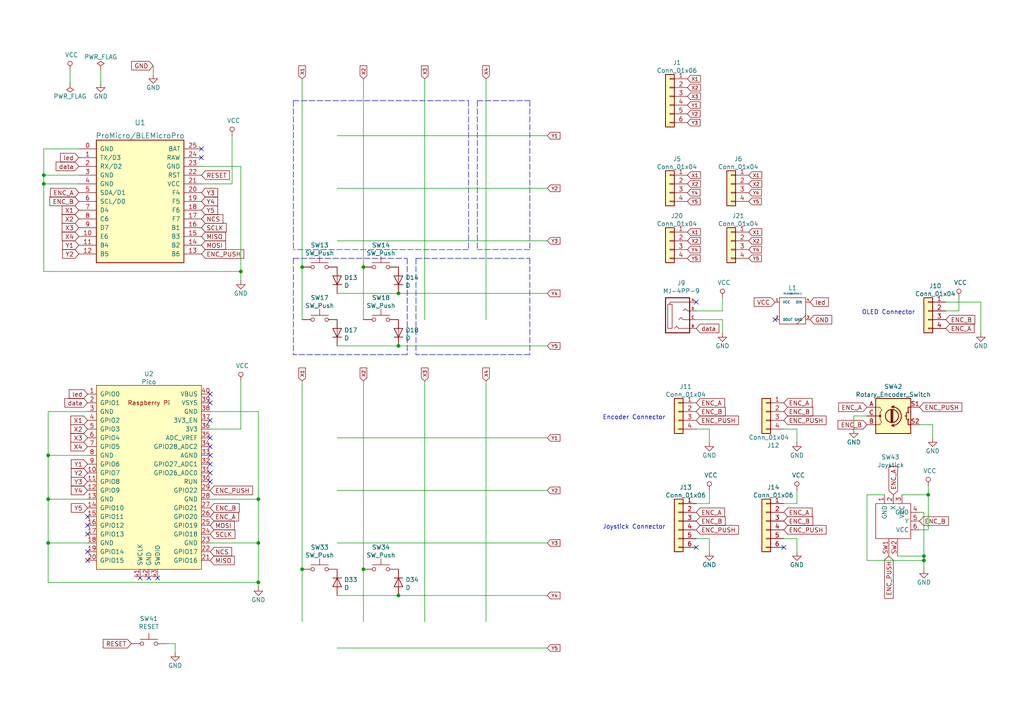
<source format=kicad_sch>
(kicad_sch (version 20210406) (generator eeschema)
  (paper "A4")
  (title_block (title "Galapagos Protoboard") (rev "1") (company "@e3w2q"))
  (lib_symbols
    (symbol "#Seeeduino XIAO:SeeeduinoXIAO" (pin_names (offset 1.016))
      (property "Reference" "U" (at -19.05 22.86 0))
      (property "Value" "SeeeduinoXIAO" (at -12.7 21.59 0))
      (symbol "SeeeduinoXIAO_1_1"
        (pin unspecified line (at -21.59 11.43 0) (length 2.54) (name "PA02_A0_D0") (number "1"))
        (pin unspecified line (at 20.32 -3.81 180) (length 2.54) (name "PA5_A9_D9_MISO") (number "10"))
        (pin unspecified line (at 20.32 0 180) (length 2.54) (name "PA6_A10_D10_MOSI") (number "11"))
        (pin unspecified line (at 20.32 3.81 180) (length 2.54) (name "3V3") (number "12"))
        (pin unspecified line (at 20.32 7.62 180) (length 2.54) (name "GND") (number "13"))
        (pin unspecified line (at 20.32 11.43 180) (length 2.54) (name "5V") (number "14"))
        (pin input line (at -2.54 -21.59 90) (length 2.54) (name "5V") (number "15"))
        (pin input line (at 2.54 -21.59 90) (length 2.54) (name "GND") (number "16"))
        (pin input line (at -5.08 22.86 270) (length 2.54) (name "PA31_SWDIO") (number "17"))
        (pin input line (at -1.27 22.86 270) (length 2.54) (name "PA30_SWCLK") (number "18"))
        (pin input line (at 2.54 22.86 270) (length 2.54) (name "RESET") (number "19"))
        (pin unspecified line (at -21.59 7.62 0) (length 2.54) (name "PA4_A1_D1") (number "2"))
        (pin input line (at 6.35 22.86 270) (length 2.54) (name "GND") (number "20"))
        (pin unspecified line (at -21.59 3.81 0) (length 2.54) (name "PA10_A2_D2") (number "3"))
        (pin unspecified line (at -21.59 0 0) (length 2.54) (name "PA11_A3_D3") (number "4"))
        (pin unspecified line (at -21.59 -3.81 0) (length 2.54) (name "PA8_A4_D4_SDA") (number "5"))
        (pin unspecified line (at -21.59 -7.62 0) (length 2.54) (name "PA9_A5_D5_SCL") (number "6"))
        (pin unspecified line (at -21.59 -11.43 0) (length 2.54) (name "PB08_A6_D6_TX") (number "7"))
        (pin unspecified line (at 20.32 -11.43 180) (length 2.54) (name "PB09_A7_D7_RX") (number "8"))
        (pin unspecified line (at 20.32 -7.62 180) (length 2.54) (name "PA7_A8_D8_SCK") (number "9"))
      )
    )
    (symbol "#library:BLEMicroPro" (pin_names (offset 1.016))
      (property "Reference" "U" (at 0 26.67 0))
      (property "Value" "BLEMicroPro" (at 0 -13.97 0))
      (symbol "BLEMicroPro_1_1"
        (pin input line (at -17.78 21.59 0) (length 5.08) (name "GND") (number "0"))
        (pin bidirectional line (at -17.78 19.05 0) (length 5.08) (name "TX/D3") (number "1"))
        (pin bidirectional line (at -17.78 -3.81 0) (length 5.08) (name "E6") (number "10"))
        (pin bidirectional line (at -17.78 -6.35 0) (length 5.08) (name "B4") (number "11"))
        (pin bidirectional line (at -17.78 -8.89 0) (length 5.08) (name "B5") (number "12"))
        (pin bidirectional line (at 17.78 -8.89 180) (length 5.08) (name "B6") (number "13"))
        (pin bidirectional line (at 17.78 -6.35 180) (length 5.08) (name "B2") (number "14"))
        (pin bidirectional line (at 17.78 -3.81 180) (length 5.08) (name "B3") (number "15"))
        (pin bidirectional line (at 17.78 -1.27 180) (length 5.08) (name "B1") (number "16"))
        (pin bidirectional line (at 17.78 1.27 180) (length 5.08) (name "F7") (number "17"))
        (pin bidirectional line (at 17.78 3.81 180) (length 5.08) (name "F6") (number "18"))
        (pin bidirectional line (at 17.78 6.35 180) (length 5.08) (name "F5") (number "19"))
        (pin bidirectional line (at -17.78 16.51 0) (length 5.08) (name "RX/D2") (number "2"))
        (pin bidirectional line (at 17.78 8.89 180) (length 5.08) (name "F4") (number "20"))
        (pin power_in line (at 17.78 11.43 180) (length 5.08) (name "VCC") (number "21"))
        (pin input line (at 17.78 13.97 180) (length 5.08) (name "RST") (number "22"))
        (pin power_in line (at 17.78 16.51 180) (length 5.08) (name "GND") (number "23"))
        (pin power_out line (at 17.78 19.05 180) (length 5.08) (name "RAW") (number "24"))
        (pin input line (at 17.78 21.59 180) (length 5.08) (name "BAT") (number "25"))
        (pin power_in line (at -17.78 13.97 0) (length 5.08) (name "GND") (number "3"))
        (pin power_in line (at -17.78 11.43 0) (length 5.08) (name "GND") (number "4"))
        (pin bidirectional line (at -17.78 8.89 0) (length 5.08) (name "SDA/D1") (number "5"))
        (pin bidirectional line (at -17.78 6.35 0) (length 5.08) (name "SCL/D0") (number "6"))
        (pin bidirectional line (at -17.78 3.81 0) (length 5.08) (name "D4") (number "7"))
        (pin bidirectional line (at -17.78 1.27 0) (length 5.08) (name "C6") (number "8"))
        (pin bidirectional line (at -17.78 -1.27 0) (length 5.08) (name "D7") (number "9"))
      )
    )
    (symbol "#library:D" (pin_numbers hide) (pin_names (offset 1.016) hide)
      (property "Reference" "D" (at 0 2.54 0))
      (property "Value" "D" (at 0 -2.54 0))
      (symbol "D_1_1"
        (pin passive line (at -3.81 0 0) (length 2.54) (name "K") (number "1"))
        (pin passive line (at 3.81 0 180) (length 2.54) (name "A") (number "2"))
      )
    )
    (symbol "#library:Joystick"
      (property "Reference" "SW43" (at 0 16.51 0))
      (property "Value" "Joystick" (at 0 13.97 0))
      (symbol "Joystick_1_1"
        (pin passive line (at -2.54 7.62 270) (length 2.54) (name "GND") (number "1"))
        (pin passive line (at 0 7.62 270) (length 2.54) (name "X") (number "2"))
        (pin passive line (at 2.54 7.62 270) (length 2.54) (name "VCC") (number "3"))
        (pin passive line (at 7.62 2.54 180) (length 2.54) (name "GND") (number "4"))
        (pin passive line (at 7.62 0 180) (length 2.54) (name "Y") (number "5"))
        (pin passive line (at 7.62 -2.54 180) (length 2.54) (name "VCC") (number "6"))
        (pin passive line (at -1.27 -10.16 90) (length 5.08) (name "") (number "SW1"))
        (pin passive line (at 1.27 -10.16 90) (length 5.08) (name "") (number "SW2"))
      )
    )
    (symbol "#library:Joystick_N_Switch"
      (property "Reference" "SW" (at 1.27 0 0))
      (property "Value" "Joystick_N_Switch" (at 0 10.16 0))
      (symbol "Joystick_N_Switch_1_1"
        (pin passive line (at -10.16 -6.35 0) (length 2.54) (name "X") (number "1"))
        (pin passive line (at -10.16 -3.81 0) (length 2.54) (name "GND") (number "2"))
        (pin passive line (at -10.16 -1.27 0) (length 2.54) (name "SW") (number "3"))
        (pin passive line (at -10.16 1.27 0) (length 2.54) (name "Y") (number "4"))
        (pin passive line (at -10.16 3.81 0) (length 2.54) (name "VCC") (number "5"))
      )
    )
    (symbol "#library:MJ-4PP-9" (pin_names (offset 1.016))
      (property "Reference" "J" (at 0 7.62 0))
      (property "Value" "MJ-4PP-9" (at 0 -5.08 0))
      (symbol "MJ-4PP-9_1_1"
        (pin input line (at 5.08 5.08 180) (length 2.0066) (name "~") (number "A"))
        (pin input line (at 5.08 -2.54 180) (length 2.0066) (name "~") (number "B"))
        (pin input line (at 5.08 0 180) (length 2.0066) (name "~") (number "C"))
        (pin input line (at 5.08 2.54 180) (length 2.0066) (name "~") (number "D"))
      )
    )
    (symbol "#library:Pico" (pin_names (offset 1.016))
      (property "Reference" "U" (at -13.97 27.94 0))
      (property "Value" "Pico" (at 0 19.05 0))
      (symbol "Pico_0_0"
        (text "Raspberry Pi" (at 0 21.59 0) (effects (font (size 1.27 1.27))))
      )
      (symbol "Pico_1_1"
        (pin bidirectional line (at -17.78 24.13 0) (length 2.54) (name "GPIO0") (number "1"))
        (pin bidirectional line (at -17.78 1.27 0) (length 2.54) (name "GPIO7") (number "10"))
        (pin bidirectional line (at -17.78 -1.27 0) (length 2.54) (name "GPIO8") (number "11"))
        (pin bidirectional line (at -17.78 -3.81 0) (length 2.54) (name "GPIO9") (number "12"))
        (pin power_in line (at -17.78 -6.35 0) (length 2.54) (name "GND") (number "13"))
        (pin bidirectional line (at -17.78 -8.89 0) (length 2.54) (name "GPIO10") (number "14"))
        (pin bidirectional line (at -17.78 -11.43 0) (length 2.54) (name "GPIO11") (number "15"))
        (pin bidirectional line (at -17.78 -13.97 0) (length 2.54) (name "GPIO12") (number "16"))
        (pin bidirectional line (at -17.78 -16.51 0) (length 2.54) (name "GPIO13") (number "17"))
        (pin power_in line (at -17.78 -19.05 0) (length 2.54) (name "GND") (number "18"))
        (pin bidirectional line (at -17.78 -21.59 0) (length 2.54) (name "GPIO14") (number "19"))
        (pin bidirectional line (at -17.78 21.59 0) (length 2.54) (name "GPIO1") (number "2"))
        (pin bidirectional line (at -17.78 -24.13 0) (length 2.54) (name "GPIO15") (number "20"))
        (pin bidirectional line (at 17.78 -24.13 180) (length 2.54) (name "GPIO16") (number "21"))
        (pin bidirectional line (at 17.78 -21.59 180) (length 2.54) (name "GPIO17") (number "22"))
        (pin power_in line (at 17.78 -19.05 180) (length 2.54) (name "GND") (number "23"))
        (pin bidirectional line (at 17.78 -16.51 180) (length 2.54) (name "GPIO18") (number "24"))
        (pin bidirectional line (at 17.78 -13.97 180) (length 2.54) (name "GPIO19") (number "25"))
        (pin bidirectional line (at 17.78 -11.43 180) (length 2.54) (name "GPIO20") (number "26"))
        (pin bidirectional line (at 17.78 -8.89 180) (length 2.54) (name "GPIO21") (number "27"))
        (pin power_in line (at 17.78 -6.35 180) (length 2.54) (name "GND") (number "28"))
        (pin bidirectional line (at 17.78 -3.81 180) (length 2.54) (name "GPIO22") (number "29"))
        (pin power_in line (at -17.78 19.05 0) (length 2.54) (name "GND") (number "3"))
        (pin input line (at 17.78 -1.27 180) (length 2.54) (name "RUN") (number "30"))
        (pin bidirectional line (at 17.78 1.27 180) (length 2.54) (name "GPIO26_ADC0") (number "31"))
        (pin bidirectional line (at 17.78 3.81 180) (length 2.54) (name "GPIO27_ADC1") (number "32"))
        (pin power_in line (at 17.78 6.35 180) (length 2.54) (name "AGND") (number "33"))
        (pin bidirectional line (at 17.78 8.89 180) (length 2.54) (name "GPIO28_ADC2") (number "34"))
        (pin unspecified line (at 17.78 11.43 180) (length 2.54) (name "ADC_VREF") (number "35"))
        (pin power_in line (at 17.78 13.97 180) (length 2.54) (name "3V3") (number "36"))
        (pin input line (at 17.78 16.51 180) (length 2.54) (name "3V3_EN") (number "37"))
        (pin power_in line (at 17.78 19.05 180) (length 2.54) (name "GND") (number "38"))
        (pin unspecified line (at 17.78 21.59 180) (length 2.54) (name "VSYS") (number "39"))
        (pin bidirectional line (at -17.78 16.51 0) (length 2.54) (name "GPIO2") (number "4"))
        (pin unspecified line (at 17.78 24.13 180) (length 2.54) (name "VBUS") (number "40"))
        (pin input line (at -2.54 -29.21 90) (length 2.54) (name "SWCLK") (number "41"))
        (pin power_in line (at 0 -29.21 90) (length 2.54) (name "GND") (number "42"))
        (pin bidirectional line (at 2.54 -29.21 90) (length 2.54) (name "SWDIO") (number "43"))
        (pin bidirectional line (at -17.78 13.97 0) (length 2.54) (name "GPIO3") (number "5"))
        (pin bidirectional line (at -17.78 11.43 0) (length 2.54) (name "GPIO4") (number "6"))
        (pin bidirectional line (at -17.78 8.89 0) (length 2.54) (name "GPIO5") (number "7"))
        (pin power_in line (at -17.78 6.35 0) (length 2.54) (name "GND") (number "8"))
        (pin bidirectional line (at -17.78 3.81 0) (length 2.54) (name "GPIO6") (number "9"))
      )
    )
    (symbol "#library:Rotary_Encoder_Switch" (pin_names (offset 0.254) hide)
      (property "Reference" "SW" (at 0 6.604 0))
      (property "Value" "Rotary_Encoder_Switch" (at 0 -6.604 0))
      (symbol "Rotary_Encoder_Switch_1_1"
        (pin passive line (at -7.62 2.54 0) (length 2.54) (name "A") (number "A"))
        (pin passive line (at -7.62 -2.54 0) (length 2.54) (name "B") (number "B"))
        (pin passive line (at -7.62 0 0) (length 2.54) (name "C") (number "C"))
        (pin passive line (at 7.62 2.54 180) (length 2.54) (name "S1") (number "S1"))
        (pin passive line (at 7.62 -2.54 180) (length 2.54) (name "S2") (number "S2"))
      )
    )
    (symbol "#library:SW_Push" (pin_numbers hide) (pin_names (offset 1.016) hide)
      (property "Reference" "SW" (at 1.27 2.54 0))
      (property "Value" "SW_Push" (at 0 -1.524 0))
      (symbol "SW_Push_0_1"
        (pin passive line (at -5.08 0 0) (length 2.54) (name "1") (number "1"))
        (pin passive line (at 5.08 0 180) (length 2.54) (name "2") (number "2"))
      )
    )
    (symbol "#library:YS_SK6812MINI_E" (pin_names (offset 1.016))
      (property "Reference" "L1" (at 0 6.6548 0))
      (property "Value" "YS_SK6812MINI_E" (at 0 5.0038 0))
      (symbol "YS_SK6812MINI_E_1_1"
        (pin passive line (at -5.08 2.54 0) (length 1.1938) (name "VCC") (number "1"))
        (pin passive line (at -5.08 -2.54 0) (length 1.1938) (name "DOUT") (number "2"))
        (pin passive line (at 5.08 -2.54 180) (length 1.1938) (name "GND") (number "3"))
        (pin passive line (at 5.08 2.54 180) (length 1.1938) (name "DIN") (number "4"))
      )
    )
    (symbol "Connector_Generic:Conn_01x04" (pin_names (offset 1.016) hide)
      (property "Reference" "J" (at 0 5.08 0))
      (property "Value" "Conn_01x04" (at 0 -7.62 0))
      (symbol "Conn_01x04_1_1"
        (pin passive line (at -5.08 2.54 0) (length 3.81) (name "Pin_1") (number "1"))
        (pin passive line (at -5.08 0 0) (length 3.81) (name "Pin_2") (number "2"))
        (pin passive line (at -5.08 -2.54 0) (length 3.81) (name "Pin_3") (number "3"))
        (pin passive line (at -5.08 -5.08 0) (length 3.81) (name "Pin_4") (number "4"))
      )
    )
    (symbol "Connector_Generic:Conn_01x06" (pin_names (offset 1.016) hide)
      (property "Reference" "J" (at 0 7.62 0))
      (property "Value" "Conn_01x06" (at 0 -10.16 0))
      (symbol "Conn_01x06_1_1"
        (pin passive line (at -5.08 5.08 0) (length 3.81) (name "Pin_1") (number "1"))
        (pin passive line (at -5.08 2.54 0) (length 3.81) (name "Pin_2") (number "2"))
        (pin passive line (at -5.08 0 0) (length 3.81) (name "Pin_3") (number "3"))
        (pin passive line (at -5.08 -2.54 0) (length 3.81) (name "Pin_4") (number "4"))
        (pin passive line (at -5.08 -5.08 0) (length 3.81) (name "Pin_5") (number "5"))
        (pin passive line (at -5.08 -7.62 0) (length 3.81) (name "Pin_6") (number "6"))
      )
    )
    (symbol "Switch:SW_Push" (pin_numbers hide) (pin_names (offset 1.016) hide)
      (property "Reference" "SW" (at 1.27 2.54 0))
      (property "Value" "SW_Push" (at 0 -1.524 0))
      (symbol "SW_Push_0_1"
        (pin passive line (at -5.08 0 0) (length 2.54) (name "1") (number "1"))
        (pin passive line (at 5.08 0 180) (length 2.54) (name "2") (number "2"))
      )
    )
    (symbol "power:GND" (power) (pin_names (offset 0))
      (property "Value" "GND" (at 0 -3.81 0))
      (symbol "GND_1_1"
        (pin power_in line (at 0 0 270) (length 0) hide (name "GND") (number "1"))
      )
    )
    (symbol "power:PWR_FLAG" (power) (pin_numbers hide) (pin_names (offset 0) hide)
      (property "Value" "PWR_FLAG" (at 0 3.81 0))
      (symbol "PWR_FLAG_0_0"
        (pin power_out line (at 0 0 90) (length 0) (name "pwr") (number "1"))
      )
    )
    (symbol "power:VCC" (power) (pin_names (offset 0))
      (property "Value" "VCC" (at 0 3.81 0))
      (symbol "VCC_1_1"
        (pin power_in line (at 0 0 90) (length 0) hide (name "VCC") (number "1"))
      )
    )
  )
  (junction (at 12.7 50.8) (diameter 0.9144))
  (junction (at 12.7 53.34) (diameter 0.9144))
  (junction (at 13.97 132.08) (diameter 0.9144))
  (junction (at 13.97 144.78) (diameter 0.9144))
  (junction (at 13.97 157.48) (diameter 0.9144))
  (junction (at 69.85 78.74) (diameter 0.9144))
  (junction (at 74.93 144.78) (diameter 0.9144))
  (junction (at 74.93 157.48) (diameter 0.9144))
  (junction (at 74.93 168.91) (diameter 0.9144))
  (junction (at 87.63 77.47) (diameter 0.9144))
  (junction (at 87.63 165.1) (diameter 0.9144))
  (junction (at 105.41 77.47) (diameter 0.9144))
  (junction (at 105.41 165.1) (diameter 0.9144))
  (junction (at 115.57 85.09) (diameter 0.9144))
  (junction (at 115.57 100.33) (diameter 0.9144))
  (junction (at 115.57 172.72) (diameter 0.9144))
  (junction (at 267.97 161.29) (diameter 0.9144))
  (junction (at 267.97 162.56) (diameter 0.9144))
  (junction (at 267.97 246.38) (diameter 0.9144))
  (junction (at 267.97 247.65) (diameter 0.9144))
  (junction (at 269.24 143.51) (diameter 0.9144))
  (junction (at 269.24 228.6) (diameter 0.9144))
  (no_connect (at 25.4 149.86))
  (no_connect (at 25.4 152.4))
  (no_connect (at 25.4 154.94))
  (no_connect (at 25.4 160.02))
  (no_connect (at 25.4 162.56))
  (no_connect (at 38.1 218.44))
  (no_connect (at 40.64 167.64))
  (no_connect (at 40.64 262.89))
  (no_connect (at 41.91 218.44))
  (no_connect (at 43.18 167.64))
  (no_connect (at 45.72 167.64))
  (no_connect (at 45.72 218.44))
  (no_connect (at 45.72 262.89))
  (no_connect (at 48.26 218.44))
  (no_connect (at 58.42 43.18))
  (no_connect (at 58.42 45.72))
  (no_connect (at 60.96 114.3))
  (no_connect (at 60.96 116.84))
  (no_connect (at 60.96 121.92))
  (no_connect (at 60.96 127))
  (no_connect (at 60.96 129.54))
  (no_connect (at 60.96 132.08))
  (no_connect (at 60.96 134.62))
  (no_connect (at 60.96 137.16))
  (no_connect (at 60.96 139.7))
  (no_connect (at 63.5 229.87))
  (no_connect (at 201.93 87.63))
  (no_connect (at 201.93 158.75))
  (no_connect (at 224.79 92.71))
  (no_connect (at 227.33 158.75))
  (no_connect (at 229.87 246.38))
  (no_connect (at 231.14 290.83))
  (wire (pts (xy 12.7 43.18) (xy 12.7 50.8)))
  (wire (pts (xy 12.7 50.8) (xy 22.86 50.8)))
  (wire (pts (xy 12.7 53.34) (xy 12.7 50.8)))
  (wire (pts (xy 12.7 53.34) (xy 22.86 53.34)))
  (wire (pts (xy 12.7 78.74) (xy 12.7 53.34)))
  (wire (pts (xy 13.97 119.38) (xy 25.4 119.38)))
  (wire (pts (xy 13.97 132.08) (xy 13.97 119.38)))
  (wire (pts (xy 13.97 132.08) (xy 25.4 132.08)))
  (wire (pts (xy 13.97 144.78) (xy 13.97 132.08)))
  (wire (pts (xy 13.97 144.78) (xy 25.4 144.78)))
  (wire (pts (xy 13.97 157.48) (xy 13.97 144.78)))
  (wire (pts (xy 13.97 157.48) (xy 25.4 157.48)))
  (wire (pts (xy 13.97 168.91) (xy 13.97 157.48)))
  (wire (pts (xy 20.32 20.32) (xy 20.32 24.13)))
  (wire (pts (xy 22.86 43.18) (xy 12.7 43.18)))
  (wire (pts (xy 29.21 20.32) (xy 29.21 24.13)))
  (wire (pts (xy 44.45 19.05) (xy 44.45 21.59)))
  (wire (pts (xy 48.26 186.69) (xy 50.8 186.69)))
  (wire (pts (xy 50.8 186.69) (xy 50.8 189.23)))
  (wire (pts (xy 58.42 48.26) (xy 69.85 48.26)))
  (wire (pts (xy 58.42 53.34) (xy 67.31 53.34)))
  (wire (pts (xy 60.96 119.38) (xy 74.93 119.38)))
  (wire (pts (xy 60.96 124.46) (xy 69.85 124.46)))
  (wire (pts (xy 60.96 144.78) (xy 74.93 144.78)))
  (wire (pts (xy 60.96 157.48) (xy 74.93 157.48)))
  (wire (pts (xy 63.5 233.68) (xy 73.66 233.68)))
  (wire (pts (xy 63.5 237.49) (xy 71.12 237.49)))
  (wire (pts (xy 67.31 39.37) (xy 67.31 53.34)))
  (wire (pts (xy 69.85 48.26) (xy 69.85 78.74)))
  (wire (pts (xy 69.85 78.74) (xy 12.7 78.74)))
  (wire (pts (xy 69.85 78.74) (xy 69.85 81.28)))
  (wire (pts (xy 69.85 110.49) (xy 69.85 124.46)))
  (wire (pts (xy 71.12 219.71) (xy 71.12 237.49)))
  (wire (pts (xy 73.66 233.68) (xy 73.66 261.62)))
  (wire (pts (xy 74.93 119.38) (xy 74.93 144.78)))
  (wire (pts (xy 74.93 144.78) (xy 74.93 157.48)))
  (wire (pts (xy 74.93 168.91) (xy 13.97 168.91)))
  (wire (pts (xy 74.93 168.91) (xy 74.93 157.48)))
  (wire (pts (xy 74.93 170.18) (xy 74.93 168.91)))
  (wire (pts (xy 87.63 22.86) (xy 87.63 77.47)))
  (wire (pts (xy 87.63 77.47) (xy 87.63 92.71)))
  (wire (pts (xy 87.63 110.49) (xy 87.63 165.1)))
  (wire (pts (xy 87.63 165.1) (xy 87.63 180.34)))
  (wire (pts (xy 97.79 39.37) (xy 158.75 39.37)))
  (wire (pts (xy 97.79 54.61) (xy 158.75 54.61)))
  (wire (pts (xy 97.79 69.85) (xy 158.75 69.85)))
  (wire (pts (xy 97.79 85.09) (xy 115.57 85.09)))
  (wire (pts (xy 97.79 100.33) (xy 115.57 100.33)))
  (wire (pts (xy 97.79 127) (xy 158.75 127)))
  (wire (pts (xy 97.79 142.24) (xy 158.75 142.24)))
  (wire (pts (xy 97.79 157.48) (xy 158.75 157.48)))
  (wire (pts (xy 97.79 172.72) (xy 115.57 172.72)))
  (wire (pts (xy 97.79 187.96) (xy 158.75 187.96)))
  (wire (pts (xy 105.41 22.86) (xy 105.41 77.47)))
  (wire (pts (xy 105.41 77.47) (xy 105.41 92.71)))
  (wire (pts (xy 105.41 110.49) (xy 105.41 165.1)))
  (wire (pts (xy 105.41 165.1) (xy 105.41 180.34)))
  (wire (pts (xy 115.57 85.09) (xy 158.75 85.09)))
  (wire (pts (xy 115.57 100.33) (xy 158.75 100.33)))
  (wire (pts (xy 115.57 172.72) (xy 158.75 172.72)))
  (wire (pts (xy 123.19 22.86) (xy 123.19 92.71)))
  (wire (pts (xy 123.19 110.49) (xy 123.19 180.34)))
  (wire (pts (xy 140.97 22.86) (xy 140.97 92.71)))
  (wire (pts (xy 140.97 110.49) (xy 140.97 180.34)))
  (wire (pts (xy 175.26 238.76) (xy 184.15 238.76)))
  (wire (pts (xy 175.26 251.46) (xy 184.15 251.46)))
  (wire (pts (xy 184.15 233.68) (xy 184.15 238.76)))
  (wire (pts (xy 184.15 251.46) (xy 184.15 256.54)))
  (wire (pts (xy 201.93 90.17) (xy 209.55 90.17)))
  (wire (pts (xy 201.93 92.71) (xy 209.55 92.71)))
  (wire (pts (xy 201.93 124.46) (xy 205.74 124.46)))
  (wire (pts (xy 201.93 146.05) (xy 205.74 146.05)))
  (wire (pts (xy 201.93 156.21) (xy 205.74 156.21)))
  (wire (pts (xy 205.74 124.46) (xy 205.74 128.27)))
  (wire (pts (xy 205.74 142.24) (xy 205.74 146.05)))
  (wire (pts (xy 205.74 156.21) (xy 205.74 160.02)))
  (wire (pts (xy 209.55 90.17) (xy 209.55 86.36)))
  (wire (pts (xy 209.55 92.71) (xy 209.55 96.52)))
  (wire (pts (xy 227.33 124.46) (xy 231.14 124.46)))
  (wire (pts (xy 227.33 146.05) (xy 231.14 146.05)))
  (wire (pts (xy 227.33 156.21) (xy 231.14 156.21)))
  (wire (pts (xy 229.87 233.68) (xy 233.68 233.68)))
  (wire (pts (xy 229.87 243.84) (xy 233.68 243.84)))
  (wire (pts (xy 231.14 124.46) (xy 231.14 128.27)))
  (wire (pts (xy 231.14 142.24) (xy 231.14 146.05)))
  (wire (pts (xy 231.14 156.21) (xy 231.14 160.02)))
  (wire (pts (xy 231.14 278.13) (xy 234.95 278.13)))
  (wire (pts (xy 231.14 288.29) (xy 234.95 288.29)))
  (wire (pts (xy 233.68 229.87) (xy 233.68 233.68)))
  (wire (pts (xy 233.68 243.84) (xy 233.68 247.65)))
  (wire (pts (xy 234.95 274.32) (xy 234.95 278.13)))
  (wire (pts (xy 234.95 288.29) (xy 234.95 292.1)))
  (wire (pts (xy 247.65 120.65) (xy 247.65 124.46)))
  (wire (pts (xy 251.46 120.65) (xy 247.65 120.65)))
  (wire (pts (xy 251.46 143.51) (xy 251.46 162.56)))
  (wire (pts (xy 251.46 143.51) (xy 256.54 143.51)))
  (wire (pts (xy 251.46 228.6) (xy 251.46 247.65)))
  (wire (pts (xy 251.46 228.6) (xy 256.54 228.6)))
  (wire (pts (xy 255.27 274.32) (xy 255.27 278.13)))
  (wire (pts (xy 255.27 285.75) (xy 255.27 292.1)))
  (wire (pts (xy 257.81 278.13) (xy 255.27 278.13)))
  (wire (pts (xy 257.81 285.75) (xy 255.27 285.75)))
  (wire (pts (xy 260.35 161.29) (xy 267.97 161.29)))
  (wire (pts (xy 260.35 246.38) (xy 267.97 246.38)))
  (wire (pts (xy 261.62 143.51) (xy 269.24 143.51)))
  (wire (pts (xy 261.62 228.6) (xy 269.24 228.6)))
  (wire (pts (xy 266.7 123.19) (xy 270.51 123.19)))
  (wire (pts (xy 266.7 148.59) (xy 267.97 148.59)))
  (wire (pts (xy 266.7 153.67) (xy 269.24 153.67)))
  (wire (pts (xy 266.7 233.68) (xy 267.97 233.68)))
  (wire (pts (xy 266.7 238.76) (xy 269.24 238.76)))
  (wire (pts (xy 267.97 148.59) (xy 267.97 161.29)))
  (wire (pts (xy 267.97 161.29) (xy 267.97 162.56)))
  (wire (pts (xy 267.97 162.56) (xy 251.46 162.56)))
  (wire (pts (xy 267.97 162.56) (xy 267.97 165.1)))
  (wire (pts (xy 267.97 233.68) (xy 267.97 246.38)))
  (wire (pts (xy 267.97 246.38) (xy 267.97 247.65)))
  (wire (pts (xy 267.97 247.65) (xy 251.46 247.65)))
  (wire (pts (xy 267.97 247.65) (xy 267.97 250.19)))
  (wire (pts (xy 269.24 143.51) (xy 269.24 140.97)))
  (wire (pts (xy 269.24 143.51) (xy 269.24 153.67)))
  (wire (pts (xy 269.24 228.6) (xy 269.24 226.06)))
  (wire (pts (xy 269.24 228.6) (xy 269.24 238.76)))
  (wire (pts (xy 270.51 123.19) (xy 270.51 127)))
  (wire (pts (xy 274.32 87.63) (xy 284.48 87.63)))
  (wire (pts (xy 274.32 90.17) (xy 278.13 90.17)))
  (wire (pts (xy 278.13 86.36) (xy 278.13 90.17)))
  (wire (pts (xy 284.48 87.63) (xy 284.48 96.52)))
  (polyline (pts (xy 85.09 29.21) (xy 85.09 72.39)) (stroke (width 0) (type dash)))
  (polyline (pts (xy 85.09 29.21) (xy 135.89 29.21)) (stroke (width 0) (type dash)))
  (polyline (pts (xy 85.09 74.93) (xy 85.09 102.87)) (stroke (width 0) (type dash)))
  (polyline (pts (xy 85.09 74.93) (xy 118.11 74.93)) (stroke (width 0) (type dash)))
  (polyline (pts (xy 118.11 74.93) (xy 118.11 102.87)) (stroke (width 0) (type dash)))
  (polyline (pts (xy 118.11 102.87) (xy 85.09 102.87)) (stroke (width 0) (type dash)))
  (polyline (pts (xy 120.65 74.93) (xy 120.65 102.87)) (stroke (width 0) (type dash)))
  (polyline (pts (xy 120.65 74.93) (xy 153.67 74.93)) (stroke (width 0) (type dash)))
  (polyline (pts (xy 135.89 29.21) (xy 135.89 72.39)) (stroke (width 0) (type dash)))
  (polyline (pts (xy 135.89 72.39) (xy 85.09 72.39)) (stroke (width 0) (type dash)))
  (polyline (pts (xy 138.43 29.21) (xy 138.43 72.39)) (stroke (width 0) (type dash)))
  (polyline (pts (xy 138.43 29.21) (xy 153.67 29.21)) (stroke (width 0) (type dash)))
  (polyline (pts (xy 153.67 29.21) (xy 153.67 72.39)) (stroke (width 0) (type dash)))
  (polyline (pts (xy 153.67 72.39) (xy 138.43 72.39)) (stroke (width 0) (type dash)))
  (polyline (pts (xy 153.67 74.93) (xy 153.67 102.87)) (stroke (width 0) (type dash)))
  (polyline (pts (xy 153.67 102.87) (xy 120.65 102.87)) (stroke (width 0) (type dash)))
  (text "Trackball Connector" (at 185.42 226.06 180) (effects (font (size 1.27 1.27)) (justify right bottom)))
  (text "Encoder Connector" (at 193.04 121.92 180) (effects (font (size 1.27 1.27)) (justify right bottom)))
  (text "Joystick Connector" (at 193.04 153.67 180) (effects (font (size 1.27 1.27)) (justify right bottom)))
  (text "OLED Connector" (at 265.43 91.44 180) (effects (font (size 1.27 1.27)) (justify right bottom)))
  (global_label "X1" (shape input) (at 21.59 229.87 180) (property "Intersheet References" "${INTERSHEET_REFS}" (effects hide)))
  (global_label "X2" (shape input) (at 21.59 233.68 180) (property "Intersheet References" "${INTERSHEET_REFS}" (effects hide)))
  (global_label "X3" (shape input) (at 21.59 237.49 180) (property "Intersheet References" "${INTERSHEET_REFS}" (effects hide)))
  (global_label "X4" (shape input) (at 21.59 241.3 180) (property "Intersheet References" "${INTERSHEET_REFS}" (effects hide)))
  (global_label "Y4" (shape input) (at 21.59 245.11 180) (property "Intersheet References" "${INTERSHEET_REFS}" (effects hide)))
  (global_label "Y5" (shape input) (at 21.59 248.92 180) (property "Intersheet References" "${INTERSHEET_REFS}" (effects hide)))
  (global_label "led" (shape input) (at 21.59 252.73 180) (property "Intersheet References" "${INTERSHEET_REFS}" (effects hide)))
  (global_label "led" (shape input) (at 22.86 45.72 180) (property "Intersheet References" "${INTERSHEET_REFS}" (effects hide)))
  (global_label "data" (shape input) (at 22.86 48.26 180) (property "Intersheet References" "${INTERSHEET_REFS}" (effects hide)))
  (global_label "ENC_A" (shape input) (at 22.86 55.88 180) (property "Intersheet References" "${INTERSHEET_REFS}" (effects hide)))
  (global_label "ENC_B" (shape input) (at 22.86 58.42 180) (property "Intersheet References" "${INTERSHEET_REFS}" (effects hide)))
  (global_label "X1" (shape input) (at 22.86 60.96 180) (property "Intersheet References" "${INTERSHEET_REFS}" (effects hide)))
  (global_label "X2" (shape input) (at 22.86 63.5 180) (property "Intersheet References" "${INTERSHEET_REFS}" (effects hide)))
  (global_label "X3" (shape input) (at 22.86 66.04 180) (property "Intersheet References" "${INTERSHEET_REFS}" (effects hide)))
  (global_label "X4" (shape input) (at 22.86 68.58 180) (property "Intersheet References" "${INTERSHEET_REFS}" (effects hide)))
  (global_label "Y1" (shape input) (at 22.86 71.12 180) (property "Intersheet References" "${INTERSHEET_REFS}" (effects hide)))
  (global_label "Y2" (shape input) (at 22.86 73.66 180) (property "Intersheet References" "${INTERSHEET_REFS}" (effects hide)))
  (global_label "led" (shape input) (at 25.4 114.3 180) (property "Intersheet References" "${INTERSHEET_REFS}" (effects hide)))
  (global_label "data" (shape input) (at 25.4 116.84 180) (property "Intersheet References" "${INTERSHEET_REFS}" (effects hide)))
  (global_label "X1" (shape input) (at 25.4 121.92 180) (property "Intersheet References" "${INTERSHEET_REFS}" (effects hide)))
  (global_label "X2" (shape input) (at 25.4 124.46 180) (property "Intersheet References" "${INTERSHEET_REFS}" (effects hide)))
  (global_label "X3" (shape input) (at 25.4 127 180) (property "Intersheet References" "${INTERSHEET_REFS}" (effects hide)))
  (global_label "X4" (shape input) (at 25.4 129.54 180) (property "Intersheet References" "${INTERSHEET_REFS}" (effects hide)))
  (global_label "Y1" (shape input) (at 25.4 134.62 180) (property "Intersheet References" "${INTERSHEET_REFS}" (effects hide)))
  (global_label "Y2" (shape input) (at 25.4 137.16 180) (property "Intersheet References" "${INTERSHEET_REFS}" (effects hide)))
  (global_label "Y3" (shape input) (at 25.4 139.7 180) (property "Intersheet References" "${INTERSHEET_REFS}" (effects hide)))
  (global_label "Y4" (shape input) (at 25.4 142.24 180) (property "Intersheet References" "${INTERSHEET_REFS}" (effects hide)))
  (global_label "Y5" (shape input) (at 25.4 147.32 180) (property "Intersheet References" "${INTERSHEET_REFS}" (effects hide)))
  (global_label "RESET" (shape input) (at 38.1 186.69 180) (property "Intersheet References" "${INTERSHEET_REFS}" (effects hide)))
  (global_label "GND" (shape input) (at 44.45 19.05 180) (property "Intersheet References" "${INTERSHEET_REFS}" (effects hide)))
  (global_label "RESET" (shape input) (at 58.42 50.8 0) (property "Intersheet References" "${INTERSHEET_REFS}" (effects hide)))
  (global_label "Y3" (shape input) (at 58.42 55.88 0) (property "Intersheet References" "${INTERSHEET_REFS}" (effects hide)))
  (global_label "Y4" (shape input) (at 58.42 58.42 0) (property "Intersheet References" "${INTERSHEET_REFS}" (effects hide)))
  (global_label "Y5" (shape input) (at 58.42 60.96 0) (property "Intersheet References" "${INTERSHEET_REFS}" (effects hide)))
  (global_label "NCS" (shape input) (at 58.42 63.5 0) (property "Intersheet References" "${INTERSHEET_REFS}" (effects hide)))
  (global_label "SCLK" (shape input) (at 58.42 66.04 0) (property "Intersheet References" "${INTERSHEET_REFS}" (effects hide)))
  (global_label "MISO" (shape input) (at 58.42 68.58 0) (property "Intersheet References" "${INTERSHEET_REFS}" (effects hide)))
  (global_label "MOSI" (shape input) (at 58.42 71.12 0) (property "Intersheet References" "${INTERSHEET_REFS}" (effects hide)))
  (global_label "ENC_PUSH" (shape input) (at 58.42 73.66 0) (property "Intersheet References" "${INTERSHEET_REFS}" (effects hide)))
  (global_label "ENC_PUSH" (shape input) (at 60.96 142.24 0) (property "Intersheet References" "${INTERSHEET_REFS}" (effects hide)))
  (global_label "ENC_B" (shape input) (at 60.96 147.32 0) (property "Intersheet References" "${INTERSHEET_REFS}" (effects hide)))
  (global_label "ENC_A" (shape input) (at 60.96 149.86 0) (property "Intersheet References" "${INTERSHEET_REFS}" (effects hide)))
  (global_label "MOSI" (shape input) (at 60.96 152.4 0) (property "Intersheet References" "${INTERSHEET_REFS}" (effects hide)))
  (global_label "SCLK" (shape input) (at 60.96 154.94 0) (property "Intersheet References" "${INTERSHEET_REFS}" (effects hide)))
  (global_label "NCS" (shape input) (at 60.96 160.02 0) (property "Intersheet References" "${INTERSHEET_REFS}" (effects hide)))
  (global_label "MISO" (shape input) (at 60.96 162.56 0) (property "Intersheet References" "${INTERSHEET_REFS}" (effects hide)))
  (global_label "Y2" (shape input) (at 63.5 241.3 0) (property "Intersheet References" "${INTERSHEET_REFS}" (effects hide)))
  (global_label "Y3" (shape input) (at 63.5 245.11 0) (property "Intersheet References" "${INTERSHEET_REFS}" (effects hide)))
  (global_label "Y1" (shape input) (at 63.5 248.92 0) (property "Intersheet References" "${INTERSHEET_REFS}" (effects hide)))
  (global_label "data" (shape input) (at 63.5 252.73 0) (property "Intersheet References" "${INTERSHEET_REFS}" (effects hide)))
  (global_label "X1" (shape input) (at 87.63 22.86 90) (effects (font (size 0.9906 0.9906))) (property "Intersheet References" "${INTERSHEET_REFS}" (effects hide)))
  (global_label "X1" (shape input) (at 87.63 110.49 90) (effects (font (size 0.9906 0.9906))) (property "Intersheet References" "${INTERSHEET_REFS}" (effects hide)))
  (global_label "X2" (shape input) (at 105.41 22.86 90) (effects (font (size 0.9906 0.9906))) (property "Intersheet References" "${INTERSHEET_REFS}" (effects hide)))
  (global_label "X2" (shape input) (at 105.41 110.49 90) (effects (font (size 0.9906 0.9906))) (property "Intersheet References" "${INTERSHEET_REFS}" (effects hide)))
  (global_label "X3" (shape input) (at 123.19 22.86 90) (effects (font (size 0.9906 0.9906))) (property "Intersheet References" "${INTERSHEET_REFS}" (effects hide)))
  (global_label "X3" (shape input) (at 123.19 110.49 90) (effects (font (size 0.9906 0.9906))) (property "Intersheet References" "${INTERSHEET_REFS}" (effects hide)))
  (global_label "X4" (shape input) (at 140.97 22.86 90) (effects (font (size 0.9906 0.9906))) (property "Intersheet References" "${INTERSHEET_REFS}" (effects hide)))
  (global_label "X4" (shape input) (at 140.97 110.49 90) (effects (font (size 0.9906 0.9906))) (property "Intersheet References" "${INTERSHEET_REFS}" (effects hide)))
  (global_label "Y1" (shape input) (at 158.75 39.37 0) (effects (font (size 0.9906 0.9906))) (property "Intersheet References" "${INTERSHEET_REFS}" (effects hide)))
  (global_label "Y2" (shape input) (at 158.75 54.61 0) (effects (font (size 0.9906 0.9906))) (property "Intersheet References" "${INTERSHEET_REFS}" (effects hide)))
  (global_label "Y3" (shape input) (at 158.75 69.85 0) (effects (font (size 0.9906 0.9906))) (property "Intersheet References" "${INTERSHEET_REFS}" (effects hide)))
  (global_label "Y4" (shape input) (at 158.75 85.09 0) (effects (font (size 0.9906 0.9906))) (property "Intersheet References" "${INTERSHEET_REFS}" (effects hide)))
  (global_label "Y5" (shape input) (at 158.75 100.33 0) (effects (font (size 0.9906 0.9906))) (property "Intersheet References" "${INTERSHEET_REFS}" (effects hide)))
  (global_label "Y1" (shape input) (at 158.75 127 0) (effects (font (size 0.9906 0.9906))) (property "Intersheet References" "${INTERSHEET_REFS}" (effects hide)))
  (global_label "Y2" (shape input) (at 158.75 142.24 0) (effects (font (size 0.9906 0.9906))) (property "Intersheet References" "${INTERSHEET_REFS}" (effects hide)))
  (global_label "Y3" (shape input) (at 158.75 157.48 0) (effects (font (size 0.9906 0.9906))) (property "Intersheet References" "${INTERSHEET_REFS}" (effects hide)))
  (global_label "Y4" (shape input) (at 158.75 172.72 0) (effects (font (size 0.9906 0.9906))) (property "Intersheet References" "${INTERSHEET_REFS}" (effects hide)))
  (global_label "Y5" (shape input) (at 158.75 187.96 0) (effects (font (size 0.9906 0.9906))) (property "Intersheet References" "${INTERSHEET_REFS}" (effects hide)))
  (global_label "MISO" (shape input) (at 175.26 241.3 0) (property "Intersheet References" "${INTERSHEET_REFS}" (effects hide)))
  (global_label "MOSI" (shape input) (at 175.26 243.84 0) (property "Intersheet References" "${INTERSHEET_REFS}" (effects hide)))
  (global_label "SCLK" (shape input) (at 175.26 246.38 0) (property "Intersheet References" "${INTERSHEET_REFS}" (effects hide)))
  (global_label "NCS" (shape input) (at 175.26 248.92 0) (property "Intersheet References" "${INTERSHEET_REFS}" (effects hide)))
  (global_label "X1" (shape input) (at 199.39 22.86 0) (effects (font (size 0.9906 0.9906))) (property "Intersheet References" "${INTERSHEET_REFS}" (effects hide)))
  (global_label "X2" (shape input) (at 199.39 25.4 0) (effects (font (size 0.9906 0.9906))) (property "Intersheet References" "${INTERSHEET_REFS}" (effects hide)))
  (global_label "X3" (shape input) (at 199.39 27.94 0) (effects (font (size 0.9906 0.9906))) (property "Intersheet References" "${INTERSHEET_REFS}" (effects hide)))
  (global_label "Y1" (shape input) (at 199.39 30.48 0) (effects (font (size 0.9906 0.9906))) (property "Intersheet References" "${INTERSHEET_REFS}" (effects hide)))
  (global_label "Y2" (shape input) (at 199.39 33.02 0) (effects (font (size 0.9906 0.9906))) (property "Intersheet References" "${INTERSHEET_REFS}" (effects hide)))
  (global_label "Y3" (shape input) (at 199.39 35.56 0) (effects (font (size 0.9906 0.9906))) (property "Intersheet References" "${INTERSHEET_REFS}" (effects hide)))
  (global_label "X1" (shape input) (at 199.39 50.8 0) (effects (font (size 0.9906 0.9906))) (property "Intersheet References" "${INTERSHEET_REFS}" (effects hide)))
  (global_label "X2" (shape input) (at 199.39 53.34 0) (effects (font (size 0.9906 0.9906))) (property "Intersheet References" "${INTERSHEET_REFS}" (effects hide)))
  (global_label "Y4" (shape input) (at 199.39 55.88 0) (effects (font (size 0.9906 0.9906))) (property "Intersheet References" "${INTERSHEET_REFS}" (effects hide)))
  (global_label "Y5" (shape input) (at 199.39 58.42 0) (effects (font (size 0.9906 0.9906))) (property "Intersheet References" "${INTERSHEET_REFS}" (effects hide)))
  (global_label "X1" (shape input) (at 199.39 67.31 0) (effects (font (size 0.9906 0.9906))) (property "Intersheet References" "${INTERSHEET_REFS}" (effects hide)))
  (global_label "X2" (shape input) (at 199.39 69.85 0) (effects (font (size 0.9906 0.9906))) (property "Intersheet References" "${INTERSHEET_REFS}" (effects hide)))
  (global_label "Y4" (shape input) (at 199.39 72.39 0) (effects (font (size 0.9906 0.9906))) (property "Intersheet References" "${INTERSHEET_REFS}" (effects hide)))
  (global_label "Y5" (shape input) (at 199.39 74.93 0) (effects (font (size 0.9906 0.9906))) (property "Intersheet References" "${INTERSHEET_REFS}" (effects hide)))
  (global_label "data" (shape input) (at 201.93 95.25 0) (property "Intersheet References" "${INTERSHEET_REFS}" (effects hide)))
  (global_label "ENC_A" (shape input) (at 201.93 116.84 0) (property "Intersheet References" "${INTERSHEET_REFS}" (effects hide)))
  (global_label "ENC_B" (shape input) (at 201.93 119.38 0) (property "Intersheet References" "${INTERSHEET_REFS}" (effects hide)))
  (global_label "ENC_PUSH" (shape input) (at 201.93 121.92 0) (property "Intersheet References" "${INTERSHEET_REFS}" (effects hide)))
  (global_label "ENC_A" (shape input) (at 201.93 148.59 0) (property "Intersheet References" "${INTERSHEET_REFS}" (effects hide)))
  (global_label "ENC_B" (shape input) (at 201.93 151.13 0) (property "Intersheet References" "${INTERSHEET_REFS}" (effects hide)))
  (global_label "ENC_PUSH" (shape input) (at 201.93 153.67 0) (property "Intersheet References" "${INTERSHEET_REFS}" (effects hide)))
  (global_label "X1" (shape input) (at 217.17 50.8 0) (effects (font (size 0.9906 0.9906))) (property "Intersheet References" "${INTERSHEET_REFS}" (effects hide)))
  (global_label "X2" (shape input) (at 217.17 53.34 0) (effects (font (size 0.9906 0.9906))) (property "Intersheet References" "${INTERSHEET_REFS}" (effects hide)))
  (global_label "Y4" (shape input) (at 217.17 55.88 0) (effects (font (size 0.9906 0.9906))) (property "Intersheet References" "${INTERSHEET_REFS}" (effects hide)))
  (global_label "Y5" (shape input) (at 217.17 58.42 0) (effects (font (size 0.9906 0.9906))) (property "Intersheet References" "${INTERSHEET_REFS}" (effects hide)))
  (global_label "X1" (shape input) (at 217.17 67.31 0) (effects (font (size 0.9906 0.9906))) (property "Intersheet References" "${INTERSHEET_REFS}" (effects hide)))
  (global_label "X2" (shape input) (at 217.17 69.85 0) (effects (font (size 0.9906 0.9906))) (property "Intersheet References" "${INTERSHEET_REFS}" (effects hide)))
  (global_label "Y4" (shape input) (at 217.17 72.39 0) (effects (font (size 0.9906 0.9906))) (property "Intersheet References" "${INTERSHEET_REFS}" (effects hide)))
  (global_label "Y5" (shape input) (at 217.17 74.93 0) (effects (font (size 0.9906 0.9906))) (property "Intersheet References" "${INTERSHEET_REFS}" (effects hide)))
  (global_label "VCC" (shape input) (at 224.79 87.63 180) (property "Intersheet References" "${INTERSHEET_REFS}" (effects hide)))
  (global_label "ENC_A" (shape input) (at 227.33 116.84 0) (property "Intersheet References" "${INTERSHEET_REFS}" (effects hide)))
  (global_label "ENC_B" (shape input) (at 227.33 119.38 0) (property "Intersheet References" "${INTERSHEET_REFS}" (effects hide)))
  (global_label "ENC_PUSH" (shape input) (at 227.33 121.92 0) (property "Intersheet References" "${INTERSHEET_REFS}" (effects hide)))
  (global_label "ENC_A" (shape input) (at 227.33 148.59 0) (property "Intersheet References" "${INTERSHEET_REFS}" (effects hide)))
  (global_label "ENC_B" (shape input) (at 227.33 151.13 0) (property "Intersheet References" "${INTERSHEET_REFS}" (effects hide)))
  (global_label "ENC_PUSH" (shape input) (at 227.33 153.67 0) (property "Intersheet References" "${INTERSHEET_REFS}" (effects hide)))
  (global_label "ENC_A" (shape input) (at 229.87 236.22 0) (property "Intersheet References" "${INTERSHEET_REFS}" (effects hide)))
  (global_label "ENC_B" (shape input) (at 229.87 238.76 0) (property "Intersheet References" "${INTERSHEET_REFS}" (effects hide)))
  (global_label "ENC_PUSH" (shape input) (at 229.87 241.3 0) (property "Intersheet References" "${INTERSHEET_REFS}" (effects hide)))
  (global_label "ENC_A" (shape input) (at 231.14 280.67 0) (property "Intersheet References" "${INTERSHEET_REFS}" (effects hide)))
  (global_label "ENC_B" (shape input) (at 231.14 283.21 0) (property "Intersheet References" "${INTERSHEET_REFS}" (effects hide)))
  (global_label "ENC_PUSH" (shape input) (at 231.14 285.75 0) (property "Intersheet References" "${INTERSHEET_REFS}" (effects hide)))
  (global_label "led" (shape input) (at 234.95 87.63 0) (property "Intersheet References" "${INTERSHEET_REFS}" (effects hide)))
  (global_label "GND" (shape input) (at 234.95 92.71 0) (property "Intersheet References" "${INTERSHEET_REFS}" (effects hide)))
  (global_label "ENC_A" (shape input) (at 251.46 118.11 180) (property "Intersheet References" "${INTERSHEET_REFS}" (effects hide)))
  (global_label "ENC_B" (shape input) (at 251.46 123.19 180) (property "Intersheet References" "${INTERSHEET_REFS}" (effects hide)))
  (global_label "ENC_PUSH" (shape input) (at 257.81 161.29 270) (property "Intersheet References" "${INTERSHEET_REFS}" (effects hide)))
  (global_label "ENC_PUSH" (shape input) (at 257.81 246.38 270) (property "Intersheet References" "${INTERSHEET_REFS}" (effects hide)))
  (global_label "ENC_B" (shape input) (at 257.81 280.67 180) (property "Intersheet References" "${INTERSHEET_REFS}" (effects hide)))
  (global_label "ENC_PUSH" (shape input) (at 257.81 283.21 180) (property "Intersheet References" "${INTERSHEET_REFS}" (effects hide)))
  (global_label "ENC_A" (shape input) (at 257.81 288.29 180) (property "Intersheet References" "${INTERSHEET_REFS}" (effects hide)))
  (global_label "ENC_A" (shape input) (at 259.08 143.51 90) (property "Intersheet References" "${INTERSHEET_REFS}" (effects hide)))
  (global_label "ENC_A" (shape input) (at 259.08 228.6 90) (property "Intersheet References" "${INTERSHEET_REFS}" (effects hide)))
  (global_label "ENC_PUSH" (shape input) (at 266.7 118.11 0) (property "Intersheet References" "${INTERSHEET_REFS}" (effects hide)))
  (global_label "ENC_B" (shape input) (at 266.7 151.13 0) (property "Intersheet References" "${INTERSHEET_REFS}" (effects hide)))
  (global_label "ENC_B" (shape input) (at 266.7 236.22 0) (property "Intersheet References" "${INTERSHEET_REFS}" (effects hide)))
  (global_label "ENC_B" (shape input) (at 274.32 92.71 0) (property "Intersheet References" "${INTERSHEET_REFS}" (effects hide)))
  (global_label "ENC_A" (shape input) (at 274.32 95.25 0) (property "Intersheet References" "${INTERSHEET_REFS}" (effects hide)))
  (symbol (lib_id "power:VCC") (at 20.32 20.32 0) (unit 1)
    (property "Reference" "#PWR01" (effects hide))
    (property "Value" "VCC" (at 20.7518 15.9258 0))
  )
  (symbol (lib_id "power:VCC") (at 67.31 39.37 0) (unit 1)
    (property "Reference" "#PWR04" (effects hide))
    (property "Value" "VCC" (at 67.7418 34.9758 0))
  )
  (symbol (lib_id "power:VCC") (at 69.85 110.49 0) (unit 1)
    (property "Reference" "#PWR08" (effects hide))
    (property "Value" "VCC" (at 70.2818 106.0958 0))
  )
  (symbol (lib_id "power:VCC") (at 71.12 219.71 0) (unit 1)
    (property "Reference" "#PWR0109" (effects hide))
    (property "Value" "VCC" (at 71.5518 215.3158 0))
  )
  (symbol (lib_id "power:VCC") (at 184.15 233.68 0) (unit 1)
    (property "Reference" "#PWR016" (effects hide))
    (property "Value" "VCC" (at 184.5818 229.2858 0))
  )
  (symbol (lib_id "power:VCC") (at 205.74 142.24 0) (unit 1)
    (property "Reference" "#PWR013" (effects hide))
    (property "Value" "VCC" (at 206.1718 137.8458 0))
  )
  (symbol (lib_id "power:VCC") (at 209.55 86.36 0) (unit 1)
    (property "Reference" "#PWR06" (effects hide))
    (property "Value" "VCC" (at 209.9818 81.9658 0))
  )
  (symbol (lib_id "power:VCC") (at 231.14 142.24 0) (unit 1)
    (property "Reference" "#PWR0103" (effects hide))
    (property "Value" "VCC" (at 231.5718 137.8458 0))
  )
  (symbol (lib_id "power:VCC") (at 233.68 229.87 0) (unit 1)
    (property "Reference" "#PWR019" (effects hide))
    (property "Value" "VCC" (at 234.1118 225.4758 0))
  )
  (symbol (lib_id "power:VCC") (at 234.95 274.32 0) (unit 1)
    (property "Reference" "#PWR022" (effects hide))
    (property "Value" "VCC" (at 235.3818 269.9258 0))
  )
  (symbol (lib_id "power:VCC") (at 255.27 274.32 0) (unit 1)
    (property "Reference" "#PWR023" (effects hide))
    (property "Value" "VCC" (at 255.7018 269.9258 0))
  )
  (symbol (lib_id "power:VCC") (at 269.24 140.97 0) (unit 1)
    (property "Reference" "#PWR0104" (effects hide))
    (property "Value" "VCC" (at 269.6718 136.5758 0))
  )
  (symbol (lib_id "power:VCC") (at 269.24 226.06 0) (unit 1)
    (property "Reference" "#PWR018" (effects hide))
    (property "Value" "VCC" (at 269.6718 221.6658 0))
  )
  (symbol (lib_id "power:VCC") (at 278.13 86.36 0) (unit 1)
    (property "Reference" "#PWR09" (effects hide))
    (property "Value" "VCC" (at 278.5618 81.9658 0))
  )
  (symbol (lib_id "power:PWR_FLAG") (at 20.32 24.13 180) (unit 1)
    (property "Reference" "#FLG02" (effects hide))
    (property "Value" "PWR_FLAG" (at 20.32 27.94 0))
  )
  (symbol (lib_id "power:PWR_FLAG") (at 29.21 20.32 0) (unit 1)
    (property "Reference" "#FLG01" (effects hide))
    (property "Value" "PWR_FLAG" (at 29.21 16.51 0))
  )
  (symbol (lib_id "power:GND") (at 29.21 24.13 0) (unit 1)
    (property "Reference" "#PWR03" (effects hide))
    (property "Value" "GND" (at 29.21 27.94 0))
  )
  (symbol (lib_id "power:GND") (at 44.45 21.59 0) (unit 1)
    (property "Reference" "#PWR02" (effects hide))
    (property "Value" "GND" (at 44.45 25.4 0))
  )
  (symbol (lib_id "power:GND") (at 50.8 189.23 0) (unit 1)
    (property "Reference" "#PWR012" (effects hide))
    (property "Value" "GND" (at 50.8 193.04 0))
  )
  (symbol (lib_id "power:GND") (at 69.85 81.28 0) (unit 1)
    (property "Reference" "#PWR05" (effects hide))
    (property "Value" "GND" (at 69.85 85.09 0))
  )
  (symbol (lib_id "power:GND") (at 73.66 261.62 0) (unit 1)
    (property "Reference" "#PWR0108" (effects hide))
    (property "Value" "GND" (at 73.66 265.43 0))
  )
  (symbol (lib_id "power:GND") (at 74.93 170.18 0) (unit 1)
    (property "Reference" "#PWR015" (effects hide))
    (property "Value" "GND" (at 74.93 173.99 0))
  )
  (symbol (lib_id "power:GND") (at 184.15 256.54 0) (unit 1)
    (property "Reference" "#PWR017" (effects hide))
    (property "Value" "GND" (at 184.15 260.35 0))
  )
  (symbol (lib_id "power:GND") (at 205.74 128.27 0) (unit 1)
    (property "Reference" "#PWR011" (effects hide))
    (property "Value" "GND" (at 205.74 132.08 0))
  )
  (symbol (lib_id "power:GND") (at 205.74 160.02 0) (unit 1)
    (property "Reference" "#PWR014" (effects hide))
    (property "Value" "GND" (at 205.74 163.83 0))
  )
  (symbol (lib_id "power:GND") (at 209.55 96.52 0) (unit 1)
    (property "Reference" "#PWR07" (effects hide))
    (property "Value" "GND" (at 209.55 100.33 0))
  )
  (symbol (lib_id "power:GND") (at 231.14 128.27 0) (unit 1)
    (property "Reference" "#PWR0106" (effects hide))
    (property "Value" "GND" (at 231.14 132.08 0))
  )
  (symbol (lib_id "power:GND") (at 231.14 160.02 0) (unit 1)
    (property "Reference" "#PWR0102" (effects hide))
    (property "Value" "GND" (at 231.14 163.83 0))
  )
  (symbol (lib_id "power:GND") (at 233.68 247.65 0) (unit 1)
    (property "Reference" "#PWR020" (effects hide))
    (property "Value" "GND" (at 233.68 251.46 0))
  )
  (symbol (lib_id "power:GND") (at 234.95 292.1 0) (unit 1)
    (property "Reference" "#PWR024" (effects hide))
    (property "Value" "GND" (at 234.95 295.91 0))
  )
  (symbol (lib_id "power:GND") (at 247.65 124.46 0) (mirror y) (unit 1)
    (property "Reference" "#PWR0105" (effects hide))
    (property "Value" "GND" (at 247.65 128.27 0))
  )
  (symbol (lib_id "power:GND") (at 255.27 292.1 0) (unit 1)
    (property "Reference" "#PWR025" (effects hide))
    (property "Value" "GND" (at 255.27 295.91 0))
  )
  (symbol (lib_id "power:GND") (at 267.97 165.1 0) (unit 1)
    (property "Reference" "#PWR0101" (effects hide))
    (property "Value" "GND" (at 267.97 168.91 0))
  )
  (symbol (lib_id "power:GND") (at 267.97 250.19 0) (unit 1)
    (property "Reference" "#PWR021" (effects hide))
    (property "Value" "GND" (at 267.97 254 0))
  )
  (symbol (lib_id "power:GND") (at 270.51 127 0) (unit 1)
    (property "Reference" "#PWR0107" (effects hide))
    (property "Value" "GND" (at 270.51 130.81 0))
  )
  (symbol (lib_id "power:GND") (at 284.48 96.52 0) (unit 1)
    (property "Reference" "#PWR010" (effects hide))
    (property "Value" "GND" (at 284.48 100.33 0))
  )
  (symbol (lib_id "#library:D") (at 97.79 81.28 90) (unit 1)
    (property "Reference" "D13" (at 99.7967 80.5191 90) (effects (justify right)))
    (property "Value" "D" (at 99.7967 82.8178 90) (effects (justify right)))
    (property "Footprint" "#footprint:diode_TH_SMD_rev3" (effects hide))
  )
  (symbol (lib_id "#library:D") (at 97.79 96.52 90) (unit 1)
    (property "Reference" "D17" (at 99.7967 95.7591 90) (effects (justify right)))
    (property "Value" "D" (at 99.7967 98.0578 90) (effects (justify right)))
    (property "Footprint" "#footprint:diode_TH_SMD_rev3" (effects hide))
  )
  (symbol (lib_id "#library:D") (at 97.79 168.91 270) (unit 1)
    (property "Reference" "D33" (at 99.7967 168.1491 90) (effects (justify left)))
    (property "Value" "D" (at 99.7967 170.4478 90) (effects (justify left)))
    (property "Footprint" "#footprint:diode_TH_SMD_rev3" (effects hide))
  )
  (symbol (lib_id "#library:D") (at 115.57 81.28 90) (unit 1)
    (property "Reference" "D14" (at 117.5767 80.5191 90) (effects (justify right)))
    (property "Value" "D" (at 117.5767 82.8178 90) (effects (justify right)))
    (property "Footprint" "#footprint:diode_TH_SMD_rev3" (effects hide))
  )
  (symbol (lib_id "#library:D") (at 115.57 96.52 90) (unit 1)
    (property "Reference" "D18" (at 117.5767 95.7591 90) (effects (justify right)))
    (property "Value" "D" (at 117.5767 98.0578 90) (effects (justify right)))
    (property "Footprint" "#footprint:diode_TH_SMD_rev3" (effects hide))
  )
  (symbol (lib_id "#library:D") (at 115.57 168.91 270) (unit 1)
    (property "Reference" "D34" (at 117.5767 168.1491 90) (effects (justify left)))
    (property "Value" "D" (at 117.5767 170.4478 90) (effects (justify left)))
    (property "Footprint" "#footprint:diode_TH_SMD_rev3" (effects hide))
  )
  (symbol (lib_id "Switch:SW_Push") (at 43.18 186.69 0) (unit 1)
    (property "Reference" "SW41" (at 43.18 179.451 0))
    (property "Value" "RESET" (at 43.18 181.7624 0))
    (property "Footprint" "#footprint:ResetSW" (effects hide))
  )
  (symbol (lib_id "#library:SW_Push") (at 92.71 77.47 0) (unit 1)
    (property "Reference" "SW13" (at 92.71 71.1158 0))
    (property "Value" "SW_Push" (at 92.71 73.4145 0))
    (property "Footprint" "#footprint:CherryMX_MidHeight_Choc_Hotswap_rev8_test" (effects hide))
  )
  (symbol (lib_id "#library:SW_Push") (at 92.71 92.71 0) (unit 1)
    (property "Reference" "SW17" (at 92.71 86.3558 0))
    (property "Value" "SW_Push" (at 92.71 88.6545 0))
    (property "Footprint" "#footprint:CherryMX_MidHeight_Choc_Hotswap_rev8_test" (effects hide))
  )
  (symbol (lib_id "#library:SW_Push") (at 92.71 165.1 0) (unit 1)
    (property "Reference" "SW33" (at 92.71 158.7458 0))
    (property "Value" "SW_Push" (at 92.71 161.0445 0))
    (property "Footprint" "#footprint:CherryMX_MidHeight_Choc_Hotswap_rev8_test" (effects hide))
  )
  (symbol (lib_id "#library:SW_Push") (at 110.49 77.47 0) (unit 1)
    (property "Reference" "SW14" (at 110.49 71.1158 0))
    (property "Value" "SW_Push" (at 110.49 73.4145 0))
    (property "Footprint" "#footprint:CherryMX_MidHeight_Choc_Hotswap_rev8_test" (effects hide))
  )
  (symbol (lib_id "#library:SW_Push") (at 110.49 92.71 0) (unit 1)
    (property "Reference" "SW18" (at 110.49 86.3558 0))
    (property "Value" "SW_Push" (at 110.49 88.6545 0))
    (property "Footprint" "#footprint:CherryMX_MidHeight_Choc_Hotswap_rev8_test" (effects hide))
  )
  (symbol (lib_id "#library:SW_Push") (at 110.49 165.1 0) (unit 1)
    (property "Reference" "SW34" (at 110.49 158.7458 0))
    (property "Value" "SW_Push" (at 110.49 161.0445 0))
    (property "Footprint" "#footprint:CherryMX_MidHeight_Choc_Hotswap_rev8_test" (effects hide))
  )
  (symbol (lib_id "Connector_Generic:Conn_01x04") (at 194.31 53.34 0) (mirror y) (unit 1)
    (property "Reference" "J5" (at 196.342 46.0968 0))
    (property "Value" "Conn_01x04" (at 196.342 48.3955 0))
    (property "Footprint" "#footprint:JST_SH_BM03B-SRSS-TB_1x04-1MP_P1.00mm_Vertical" (effects hide))
  )
  (symbol (lib_id "Connector_Generic:Conn_01x04") (at 194.31 69.85 0) (mirror y) (unit 1)
    (property "Reference" "J20" (at 196.342 62.6068 0))
    (property "Value" "Conn_01x04" (at 196.342 64.9055 0))
    (property "Footprint" "#footprint:JST_ZH_1x04_P1.50mm_Vertical" (effects hide))
  )
  (symbol (lib_id "Connector_Generic:Conn_01x04") (at 196.85 119.38 0) (mirror y) (unit 1)
    (property "Reference" "J11" (at 198.882 112.1368 0))
    (property "Value" "Conn_01x04" (at 198.882 114.4355 0))
    (property "Footprint" "#footprint:JST_SH_BM03B-SRSS-TB_1x04-1MP_P1.00mm_Vertical" (effects hide))
  )
  (symbol (lib_id "Connector_Generic:Conn_01x04") (at 212.09 53.34 0) (mirror y) (unit 1)
    (property "Reference" "J6" (at 214.122 46.0968 0))
    (property "Value" "Conn_01x04" (at 214.122 48.3955 0))
    (property "Footprint" "#footprint:JST_SH_BM03B-SRSS-TB_1x04-1MP_P1.00mm_Vertical" (effects hide))
  )
  (symbol (lib_id "Connector_Generic:Conn_01x04") (at 212.09 69.85 0) (mirror y) (unit 1)
    (property "Reference" "J21" (at 214.122 62.6068 0))
    (property "Value" "Conn_01x04" (at 214.122 64.9055 0))
    (property "Footprint" "#footprint:JST_ZH_1x04_P1.50mm_Vertical" (effects hide))
  )
  (symbol (lib_id "Connector_Generic:Conn_01x04") (at 222.25 119.38 0) (mirror y) (unit 1)
    (property "Reference" "J12" (at 224.282 129.1632 0))
    (property "Value" "Conn_01x04" (at 223.012 126.8645 0))
    (property "Footprint" "#footprint:JST_SH_BM03B-SRSS-TB_1x04-1MP_P1.00mm_Vertical" (effects hide))
  )
  (symbol (lib_id "Connector_Generic:Conn_01x04") (at 269.24 90.17 0) (mirror y) (unit 1)
    (property "Reference" "J10" (at 271.272 82.9268 0))
    (property "Value" "Conn_01x04" (at 271.272 85.2255 0))
    (property "Footprint" "#footprint:PinHeader_1x04_P2.54mm_Vertical" (effects hide))
  )
  (symbol (lib_id "#library:YS_SK6812MINI_E") (at 229.87 90.17 0) (unit 1)
    (property "Reference" "L1" (at 229.87 83.5152 0) (effects (font (size 1.2954 1.2954))))
    (property "Value" "YS_SK6812MINI_E" (at 229.87 85.1662 0) (effects (font (size 0.4064 0.4064))))
    (property "Footprint" "#footprint:YS-SK6812MINI-E" (effects hide))
  )
  (symbol (lib_id "#library:MJ-4PP-9") (at 196.85 92.71 0) (unit 1)
    (property "Reference" "J9" (at 197.612 82.0928 0))
    (property "Value" "MJ-4PP-9" (at 197.612 84.4042 0))
    (property "Footprint" "#footprint:MJ-4PP-9_reversible" (effects hide))
  )
  (symbol (lib_id "Connector_Generic:Conn_01x06") (at 170.18 243.84 0) (mirror y) (unit 1)
    (property "Reference" "J19" (at 172.212 234.0568 0))
    (property "Value" "Conn_01x06" (at 172.212 236.3555 0))
    (property "Footprint" "#footprint:JST_SH_BM03B-SRSS-TB_1x06-1MP_P1.00mm_Vertical" (effects hide))
  )
  (symbol (lib_id "Connector_Generic:Conn_01x06") (at 194.31 27.94 0) (mirror y) (unit 1)
    (property "Reference" "J1" (at 196.342 18.1568 0))
    (property "Value" "Conn_01x06" (at 196.342 20.4555 0))
    (property "Footprint" "#footprint:JST_SH_BM03B-SRSS-TB_1x06-1MP_P1.00mm_Vertical" (effects hide))
  )
  (symbol (lib_id "Connector_Generic:Conn_01x06") (at 196.85 151.13 0) (mirror y) (unit 1)
    (property "Reference" "J13" (at 198.882 141.3468 0))
    (property "Value" "Conn_01x06" (at 198.882 143.6455 0))
    (property "Footprint" "#footprint:JST_SH_BM03B-SRSS-TB_1x06-1MP_P1.00mm_Vertical" (effects hide))
  )
  (symbol (lib_id "Connector_Generic:Conn_01x06") (at 222.25 151.13 0) (mirror y) (unit 1)
    (property "Reference" "J14" (at 224.282 141.3468 0))
    (property "Value" "Conn_01x06" (at 224.282 143.6455 0))
    (property "Footprint" "#footprint:JST_SH_BM03B-SRSS-TB_1x06-1MP_P1.00mm_Vertical" (effects hide))
  )
  (symbol (lib_id "Connector_Generic:Conn_01x06") (at 224.79 238.76 0) (mirror y) (unit 1)
    (property "Reference" "J16" (at 226.822 228.9768 0))
    (property "Value" "Conn_01x06" (at 226.822 231.2755 0))
    (property "Footprint" "#footprint:JST_SH_BM03B-SRSS-TB_1x06-1MP_P1.00mm_Vertical" (effects hide))
  )
  (symbol (lib_id "Connector_Generic:Conn_01x06") (at 226.06 283.21 0) (mirror y) (unit 1)
    (property "Reference" "J18" (at 228.092 273.4268 0))
    (property "Value" "Conn_01x06" (at 228.092 275.7255 0))
    (property "Footprint" "#footprint:JST_SH_BM03B-SRSS-TB_1x06-1MP_P1.00mm_Vertical" (effects hide))
  )
  (symbol (lib_id "#library:Rotary_Encoder_Switch") (at 259.08 120.65 0) (unit 1)
    (property "Reference" "SW42" (at 259.08 112.1368 0))
    (property "Value" "Rotary_Encoder_Switch" (at 259.08 114.4355 0))
    (property "Footprint" "#footprint:RotaryEncoder_Alps_EC11E-Switch_Vertical_H20mm_rev2" (effects hide))
  )
  (symbol (lib_id "#library:Joystick") (at 259.08 151.13 0) (unit 1)
    (property "Reference" "SW43" (at 260.9088 132.5891 0) (effects (justify right)))
    (property "Value" "Joystick" (at 258.3688 134.8878 0))
    (property "Footprint" "#footprint:Joystick_AE-RKJXV122400R" (effects hide))
  )
  (symbol (lib_id "#library:Joystick") (at 259.08 236.22 0) (unit 1)
    (property "Reference" "SW44" (at 260.9088 217.6791 0) (effects (justify right)))
    (property "Value" "Joystick" (at 258.3688 219.9778 0))
    (property "Footprint" "#footprint:Joystick_Sparkfan" (effects hide))
  )
  (symbol (lib_id "#library:Joystick_N_Switch") (at 267.97 281.94 0) (unit 1)
    (property "Reference" "SW45" (at 276.3013 281.1791 0) (effects (justify left)))
    (property "Value" "Joystick_N_Switch" (at 276.3013 283.4778 0) (effects (justify left)))
    (property "Footprint" "#footprint:Joystick_N_Switch" (effects hide))
  )
  (symbol (lib_id "#library:BLEMicroPro") (at 40.64 64.77 0) (unit 1)
    (property "Reference" "U1" (at 40.64 35.56 0) (effects (font (size 1.524 1.524))))
    (property "Value" "ProMicro/BLEMicroPro" (at 40.64 39.37 0) (effects (font (size 1.524 1.524))))
    (property "Footprint" "#footprint:ArduinoProMicro_ConThrough" (effects hide))
  )
  (symbol (lib_id "#Seeeduino XIAO:SeeeduinoXIAO") (at 43.18 241.3 0) (unit 1)
    (property "Reference" "U3" (at 42.545 265.0554 0))
    (property "Value" "SeeeduinoXIAO" (at 42.545 267.3541 0))
    (property "Footprint" "#footprint:Seeeduino XIAO RP2040" (effects hide))
  )
  (symbol (lib_id "#library:Pico") (at 43.18 138.43 0) (unit 1)
    (property "Reference" "U2" (at 43.18 108.4538 0))
    (property "Value" "Pico" (at 43.18 110.7525 0))
    (property "Footprint" "#footprint:RPi_Pico_SMD_TH_rev3" (effects hide))
  )
)
</source>
